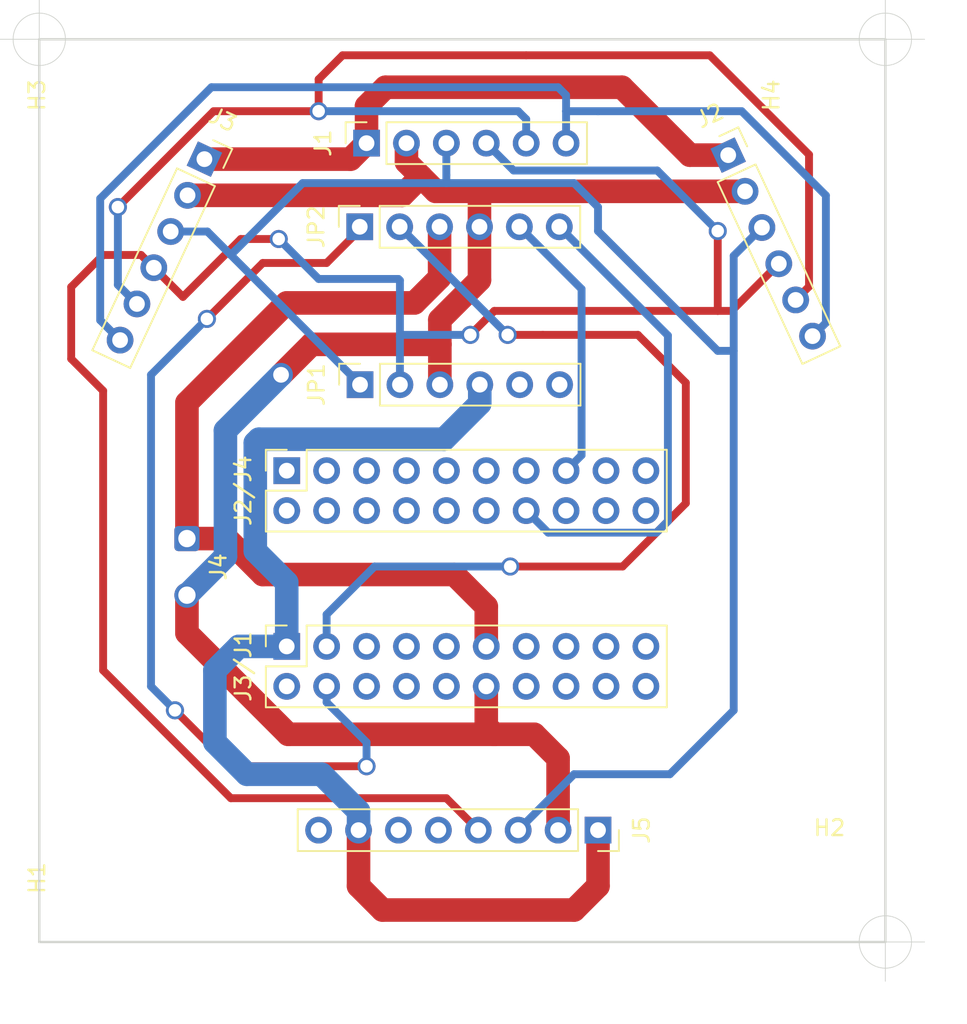
<source format=kicad_pcb>
(kicad_pcb (version 20171130) (host pcbnew "(5.1.9)-1")

  (general
    (thickness 1.6)
    (drawings 12)
    (tracks 189)
    (zones 0)
    (modules 13)
    (nets 15)
  )

  (page A4 portrait)
  (title_block
    (title "Selfdriving Car")
    (date 2021-04-13)
    (rev v2.0)
    (comment 1 "Puglits János")
    (comment 2 LB00O2)
  )

  (layers
    (0 F.Cu signal)
    (31 B.Cu signal)
    (32 B.Adhes user)
    (33 F.Adhes user)
    (34 B.Paste user)
    (35 F.Paste user)
    (36 B.SilkS user)
    (37 F.SilkS user)
    (38 B.Mask user)
    (39 F.Mask user)
    (40 Dwgs.User user)
    (41 Cmts.User user)
    (42 Eco1.User user)
    (43 Eco2.User user)
    (44 Edge.Cuts user)
    (45 Margin user)
    (46 B.CrtYd user)
    (47 F.CrtYd user)
    (48 B.Fab user)
    (49 F.Fab user)
  )

  (setup
    (last_trace_width 0.5)
    (trace_clearance 0.3)
    (zone_clearance 0.508)
    (zone_45_only no)
    (trace_min 0.2)
    (via_size 1.15)
    (via_drill 0.8)
    (via_min_size 0.4)
    (via_min_drill 0.3)
    (uvia_size 0.3)
    (uvia_drill 0.1)
    (uvias_allowed no)
    (uvia_min_size 0.2)
    (uvia_min_drill 0.1)
    (edge_width 0.05)
    (segment_width 0.2)
    (pcb_text_width 0.3)
    (pcb_text_size 1.5 1.5)
    (mod_edge_width 0.12)
    (mod_text_size 1 1)
    (mod_text_width 0.15)
    (pad_size 3 3)
    (pad_drill 3)
    (pad_to_mask_clearance 0)
    (aux_axis_origin 138.684 20.32)
    (grid_origin 138.684 20.32)
    (visible_elements 7FFFFFFF)
    (pcbplotparams
      (layerselection 0x010fc_ffffffff)
      (usegerberextensions false)
      (usegerberattributes true)
      (usegerberadvancedattributes true)
      (creategerberjobfile true)
      (excludeedgelayer true)
      (linewidth 0.100000)
      (plotframeref false)
      (viasonmask false)
      (mode 1)
      (useauxorigin false)
      (hpglpennumber 1)
      (hpglpenspeed 20)
      (hpglpendiameter 15.000000)
      (psnegative false)
      (psa4output false)
      (plotreference true)
      (plotvalue true)
      (plotinvisibletext false)
      (padsonsilk false)
      (subtractmaskfromsilk false)
      (outputformat 5)
      (mirror false)
      (drillshape 0)
      (scaleselection 1)
      (outputdirectory "ide/"))
  )

  (net 0 "")
  (net 1 /XShutDown)
  (net 2 /GPIO1)
  (net 3 /LV3)
  (net 4 /LV4)
  (net 5 GND)
  (net 6 /VIN)
  (net 7 3.3V)
  (net 8 /HV3)
  (net 9 /HV4)
  (net 10 5V)
  (net 11 /LV1)
  (net 12 /LV2)
  (net 13 /A0_TX)
  (net 14 /A0_RX)

  (net_class Default "This is the default net class."
    (clearance 0.3)
    (trace_width 0.5)
    (via_dia 1.15)
    (via_drill 0.8)
    (uvia_dia 0.3)
    (uvia_drill 0.1)
    (add_net /A0_RX)
    (add_net /A0_TX)
    (add_net /GPIO1)
    (add_net /HV3)
    (add_net /HV4)
    (add_net /LV1)
    (add_net /LV2)
    (add_net /LV3)
    (add_net /LV4)
    (add_net /XShutDown)
  )

  (net_class Power ""
    (clearance 0.4)
    (trace_width 1.5)
    (via_dia 1.3)
    (via_drill 1)
    (uvia_dia 0.3)
    (uvia_drill 0.1)
    (add_net /VIN)
    (add_net 3.3V)
    (add_net 5V)
    (add_net GND)
  )

  (module MountingHole:MountingHole_2.7mm (layer F.Cu) (tedit 56D1B4CB) (tstamp 6075D24A)
    (at 142.24 73.66 90)
    (descr "Mounting Hole 2.7mm, no annular")
    (tags "mounting hole 2.7mm no annular")
    (path /60DA4443)
    (attr virtual)
    (fp_text reference H1 (at 0 -3.7 90) (layer F.SilkS)
      (effects (font (size 1 1) (thickness 0.15)))
    )
    (fp_text value MountingHole (at 0 3.7 90) (layer F.Fab)
      (effects (font (size 1 1) (thickness 0.15)))
    )
    (fp_circle (center 0 0) (end 2.95 0) (layer F.CrtYd) (width 0.05))
    (fp_circle (center 0 0) (end 2.7 0) (layer Cmts.User) (width 0.15))
    (fp_text user %R (at 0.3 0 90) (layer F.Fab)
      (effects (font (size 1 1) (thickness 0.15)))
    )
    (pad 1 np_thru_hole circle (at 0 0 90) (size 2.7 2.7) (drill 2.7) (layers *.Cu *.Mask))
  )

  (module MountingHole:MountingHole_2.7mm (layer F.Cu) (tedit 56D1B4CB) (tstamp 609C15AD)
    (at 142.24 23.876 90)
    (descr "Mounting Hole 2.7mm, no annular")
    (tags "mounting hole 2.7mm no annular")
    (path /60DA444F)
    (attr virtual)
    (fp_text reference H3 (at 0 -3.7 90) (layer F.SilkS)
      (effects (font (size 1 1) (thickness 0.15)))
    )
    (fp_text value MountingHole (at 0 3.7 90) (layer F.Fab)
      (effects (font (size 1 1) (thickness 0.15)))
    )
    (fp_circle (center 0 0) (end 2.95 0) (layer F.CrtYd) (width 0.05))
    (fp_circle (center 0 0) (end 2.7 0) (layer Cmts.User) (width 0.15))
    (fp_text user %R (at 0.3 0 90) (layer F.Fab)
      (effects (font (size 1 1) (thickness 0.15)))
    )
    (pad 1 np_thru_hole circle (at 0 0 90) (size 2.7 2.7) (drill 2.7) (layers *.Cu *.Mask))
  )

  (module MountingHole:MountingHole_2.7mm (layer F.Cu) (tedit 56D1B4CB) (tstamp 6150D5CD)
    (at 188.976 74.168)
    (descr "Mounting Hole 2.7mm, no annular")
    (tags "mounting hole 2.7mm no annular")
    (path /60DA4449)
    (attr virtual)
    (fp_text reference H2 (at 0 -3.7) (layer F.SilkS)
      (effects (font (size 1 1) (thickness 0.15)))
    )
    (fp_text value MountingHole (at 0 3.7) (layer F.Fab)
      (effects (font (size 1 1) (thickness 0.15)))
    )
    (fp_circle (center 0 0) (end 2.7 0) (layer Cmts.User) (width 0.15))
    (fp_circle (center 0 0) (end 2.95 0) (layer F.CrtYd) (width 0.05))
    (fp_text user %R (at 0.3 0) (layer F.Fab)
      (effects (font (size 1 1) (thickness 0.15)))
    )
    (pad 1 np_thru_hole circle (at 0 0) (size 2.7 2.7) (drill 2.7) (layers *.Cu *.Mask))
  )

  (module MountingHole:MountingHole_2.7mm (layer F.Cu) (tedit 56D1B4CB) (tstamp 6075D262)
    (at 188.976 23.876 90)
    (descr "Mounting Hole 2.7mm, no annular")
    (tags "mounting hole 2.7mm no annular")
    (path /60DA4455)
    (attr virtual)
    (fp_text reference H4 (at 0 -3.7 90) (layer F.SilkS)
      (effects (font (size 1 1) (thickness 0.15)))
    )
    (fp_text value MountingHole (at 0 3.7 90) (layer F.Fab)
      (effects (font (size 1 1) (thickness 0.15)))
    )
    (fp_circle (center 0 0) (end 2.95 0) (layer F.CrtYd) (width 0.05))
    (fp_circle (center 0 0) (end 2.7 0) (layer Cmts.User) (width 0.15))
    (fp_text user %R (at 0.3 0 90) (layer F.Fab)
      (effects (font (size 1 1) (thickness 0.15)))
    )
    (pad 1 np_thru_hole circle (at 0 0 90) (size 2.7 2.7) (drill 2.7) (layers *.Cu *.Mask))
  )

  (module Connector_PinSocket_2.54mm:PinSocket_1x06_P2.54mm_Vertical (layer F.Cu) (tedit 5A19A430) (tstamp 6075BC3D)
    (at 182.53 27.686 25)
    (descr "Through hole straight socket strip, 1x06, 2.54mm pitch, single row (from Kicad 4.0.7), script generated")
    (tags "Through hole socket strip THT 1x06 2.54mm single row")
    (path /60CE6BD4)
    (fp_text reference J2 (at 0 -2.77 25) (layer F.SilkS)
      (effects (font (size 1 1) (thickness 0.15)))
    )
    (fp_text value I2c (at 0 15.47 25) (layer F.Fab)
      (effects (font (size 1 1) (thickness 0.15)))
    )
    (fp_line (start -1.27 -1.27) (end 0.635 -1.27) (layer F.Fab) (width 0.1))
    (fp_line (start 0.635 -1.27) (end 1.27 -0.635) (layer F.Fab) (width 0.1))
    (fp_line (start 1.27 -0.635) (end 1.27 13.97) (layer F.Fab) (width 0.1))
    (fp_line (start 1.27 13.97) (end -1.27 13.97) (layer F.Fab) (width 0.1))
    (fp_line (start -1.27 13.97) (end -1.27 -1.27) (layer F.Fab) (width 0.1))
    (fp_line (start -1.33 1.27) (end 1.33 1.27) (layer F.SilkS) (width 0.12))
    (fp_line (start -1.33 1.27) (end -1.33 14.03) (layer F.SilkS) (width 0.12))
    (fp_line (start -1.33 14.03) (end 1.33 14.03) (layer F.SilkS) (width 0.12))
    (fp_line (start 1.33 1.27) (end 1.33 14.03) (layer F.SilkS) (width 0.12))
    (fp_line (start 1.33 -1.33) (end 1.33 0) (layer F.SilkS) (width 0.12))
    (fp_line (start 0 -1.33) (end 1.33 -1.33) (layer F.SilkS) (width 0.12))
    (fp_line (start -1.8 -1.8) (end 1.75 -1.8) (layer F.CrtYd) (width 0.05))
    (fp_line (start 1.75 -1.8) (end 1.75 14.45) (layer F.CrtYd) (width 0.05))
    (fp_line (start 1.75 14.45) (end -1.8 14.45) (layer F.CrtYd) (width 0.05))
    (fp_line (start -1.8 14.45) (end -1.8 -1.8) (layer F.CrtYd) (width 0.05))
    (fp_text user %R (at 0 6.35 115) (layer F.Fab)
      (effects (font (size 1 1) (thickness 0.15)))
    )
    (pad 6 thru_hole oval (at 0 12.7 25) (size 1.7 1.7) (drill 1) (layers *.Cu *.Mask)
      (net 1 /XShutDown))
    (pad 5 thru_hole oval (at 0 10.16 25) (size 1.7 1.7) (drill 1) (layers *.Cu *.Mask)
      (net 2 /GPIO1))
    (pad 4 thru_hole oval (at 0 7.62 25) (size 1.7 1.7) (drill 1) (layers *.Cu *.Mask)
      (net 3 /LV3))
    (pad 3 thru_hole oval (at 0 5.08 25) (size 1.7 1.7) (drill 1) (layers *.Cu *.Mask)
      (net 4 /LV4))
    (pad 2 thru_hole oval (at 0 2.54 25) (size 1.7 1.7) (drill 1) (layers *.Cu *.Mask)
      (net 5 GND))
    (pad 1 thru_hole rect (at 0 0 25) (size 1.7 1.7) (drill 1) (layers *.Cu *.Mask)
      (net 6 /VIN))
    (model ${KISYS3DMOD}/Connector_PinSocket_2.54mm.3dshapes/PinSocket_1x06_P2.54mm_Vertical.wrl
      (at (xyz 0 0 0))
      (scale (xyz 1 1 1))
      (rotate (xyz 0 0 0))
    )
  )

  (module Connector_PinSocket_2.54mm:PinSocket_1x06_P2.54mm_Vertical (layer F.Cu) (tedit 5A19A430) (tstamp 6075BD04)
    (at 159.097999 42.282491 90)
    (descr "Through hole straight socket strip, 1x06, 2.54mm pitch, single row (from Kicad 4.0.7), script generated")
    (tags "Through hole socket strip THT 1x06 2.54mm single row")
    (path /0B60073D)
    (fp_text reference JP1 (at 0 -2.77 90) (layer F.SilkS)
      (effects (font (size 1 1) (thickness 0.15)))
    )
    (fp_text value M06SIP (at 0 15.47 90) (layer F.Fab)
      (effects (font (size 1 1) (thickness 0.15)))
    )
    (fp_line (start -1.27 -1.27) (end 0.635 -1.27) (layer F.Fab) (width 0.1))
    (fp_line (start 0.635 -1.27) (end 1.27 -0.635) (layer F.Fab) (width 0.1))
    (fp_line (start 1.27 -0.635) (end 1.27 13.97) (layer F.Fab) (width 0.1))
    (fp_line (start 1.27 13.97) (end -1.27 13.97) (layer F.Fab) (width 0.1))
    (fp_line (start -1.27 13.97) (end -1.27 -1.27) (layer F.Fab) (width 0.1))
    (fp_line (start -1.33 1.27) (end 1.33 1.27) (layer F.SilkS) (width 0.12))
    (fp_line (start -1.33 1.27) (end -1.33 14.03) (layer F.SilkS) (width 0.12))
    (fp_line (start -1.33 14.03) (end 1.33 14.03) (layer F.SilkS) (width 0.12))
    (fp_line (start 1.33 1.27) (end 1.33 14.03) (layer F.SilkS) (width 0.12))
    (fp_line (start 1.33 -1.33) (end 1.33 0) (layer F.SilkS) (width 0.12))
    (fp_line (start 0 -1.33) (end 1.33 -1.33) (layer F.SilkS) (width 0.12))
    (fp_line (start -1.8 -1.8) (end 1.75 -1.8) (layer F.CrtYd) (width 0.05))
    (fp_line (start 1.75 -1.8) (end 1.75 14.45) (layer F.CrtYd) (width 0.05))
    (fp_line (start 1.75 14.45) (end -1.8 14.45) (layer F.CrtYd) (width 0.05))
    (fp_line (start -1.8 14.45) (end -1.8 -1.8) (layer F.CrtYd) (width 0.05))
    (fp_text user %R (at 0 6.35) (layer F.Fab)
      (effects (font (size 1 1) (thickness 0.15)))
    )
    (pad 6 thru_hole oval (at 0 12.7 90) (size 1.7 1.7) (drill 1) (layers *.Cu *.Mask)
      (net 11 /LV1))
    (pad 5 thru_hole oval (at 0 10.16 90) (size 1.7 1.7) (drill 1) (layers *.Cu *.Mask)
      (net 12 /LV2))
    (pad 4 thru_hole oval (at 0 7.62 90) (size 1.7 1.7) (drill 1) (layers *.Cu *.Mask)
      (net 7 3.3V))
    (pad 3 thru_hole oval (at 0 5.08 90) (size 1.7 1.7) (drill 1) (layers *.Cu *.Mask)
      (net 5 GND))
    (pad 2 thru_hole oval (at 0 2.54 90) (size 1.7 1.7) (drill 1) (layers *.Cu *.Mask)
      (net 3 /LV3))
    (pad 1 thru_hole rect (at 0 0 90) (size 1.7 1.7) (drill 1) (layers *.Cu *.Mask)
      (net 4 /LV4))
    (model ${KISYS3DMOD}/Connector_PinSocket_2.54mm.3dshapes/PinSocket_1x06_P2.54mm_Vertical.wrl
      (at (xyz 0 0 0))
      (scale (xyz 1 1 1))
      (rotate (xyz 0 0 0))
    )
  )

  (module Connector_Wire:SolderWire-0.1sqmm_1x02_P3.6mm_D0.4mm_OD1mm (layer F.Cu) (tedit 609BC1C4) (tstamp 6075BC6C)
    (at 148.082 52.07 270)
    (descr "Soldered wire connection, for 2 times 0.1 mm² wires, basic insulation, conductor diameter 0.4mm, outer diameter 1mm, size source Multi-Contact FLEXI-E 0.1 (https://ec.staubli.com/AcroFiles/Catalogues/TM_Cab-Main-11014119_(en)_hi.pdf), bend radius 3 times outer diameter, generated with kicad-footprint-generator")
    (tags "connector wire 0.1sqmm")
    (path /60C91BD1)
    (attr virtual)
    (fp_text reference J4 (at 1.8 -2 90) (layer F.SilkS)
      (effects (font (size 1 1) (thickness 0.15)))
    )
    (fp_text value "Power supply" (at 1.8 2 90) (layer F.Fab)
      (effects (font (size 1 1) (thickness 0.15)))
    )
    (fp_circle (center 0 0) (end 0.5 0) (layer F.Fab) (width 0.1))
    (fp_circle (center 3.6 0) (end 4.1 0) (layer F.Fab) (width 0.1))
    (fp_line (start -1.3 -1.3) (end -1.3 1.3) (layer F.CrtYd) (width 0.05))
    (fp_line (start -1.3 1.3) (end 1.3 1.3) (layer F.CrtYd) (width 0.05))
    (fp_line (start 1.3 1.3) (end 1.3 -1.3) (layer F.CrtYd) (width 0.05))
    (fp_line (start 1.3 -1.3) (end -1.3 -1.3) (layer F.CrtYd) (width 0.05))
    (fp_line (start 2.3 -1.3) (end 2.3 1.3) (layer F.CrtYd) (width 0.05))
    (fp_line (start 2.3 1.3) (end 4.9 1.3) (layer F.CrtYd) (width 0.05))
    (fp_line (start 4.9 1.3) (end 4.9 -1.3) (layer F.CrtYd) (width 0.05))
    (fp_line (start 4.9 -1.3) (end 2.3 -1.3) (layer F.CrtYd) (width 0.05))
    (fp_text user %R (at 1.8 0) (layer F.Fab)
      (effects (font (size 0.65 0.65) (thickness 0.1)))
    )
    (pad 2 thru_hole circle (at 3.6 0 270) (size 1.6 1.6) (drill 1.1) (layers *.Cu *.Mask)
      (net 5 GND))
    (pad 1 thru_hole roundrect (at 0 0 270) (size 1.6 1.6) (drill 1.1) (layers *.Cu *.Mask) (roundrect_rratio 0.156)
      (net 10 5V))
    (model ${KISYS3DMOD}/Connector_Wire.3dshapes/SolderWire-0.1sqmm_1x02_P3.6mm_D0.4mm_OD1mm.wrl
      (at (xyz 0 0 0))
      (scale (xyz 1 1 1))
      (rotate (xyz 0 0 0))
    )
  )

  (module Connector_PinSocket_2.54mm:PinSocket_1x06_P2.54mm_Vertical (layer F.Cu) (tedit 5A19A430) (tstamp 6075BD22)
    (at 159.079999 32.242491 90)
    (descr "Through hole straight socket strip, 1x06, 2.54mm pitch, single row (from Kicad 4.0.7), script generated")
    (tags "Through hole socket strip THT 1x06 2.54mm single row")
    (path /BAFA783C)
    (fp_text reference JP2 (at 0 -2.77 90) (layer F.SilkS)
      (effects (font (size 1 1) (thickness 0.15)))
    )
    (fp_text value M06SIP (at 0 15.47 90) (layer F.Fab)
      (effects (font (size 1 1) (thickness 0.15)))
    )
    (fp_line (start -1.27 -1.27) (end 0.635 -1.27) (layer F.Fab) (width 0.1))
    (fp_line (start 0.635 -1.27) (end 1.27 -0.635) (layer F.Fab) (width 0.1))
    (fp_line (start 1.27 -0.635) (end 1.27 13.97) (layer F.Fab) (width 0.1))
    (fp_line (start 1.27 13.97) (end -1.27 13.97) (layer F.Fab) (width 0.1))
    (fp_line (start -1.27 13.97) (end -1.27 -1.27) (layer F.Fab) (width 0.1))
    (fp_line (start -1.33 1.27) (end 1.33 1.27) (layer F.SilkS) (width 0.12))
    (fp_line (start -1.33 1.27) (end -1.33 14.03) (layer F.SilkS) (width 0.12))
    (fp_line (start -1.33 14.03) (end 1.33 14.03) (layer F.SilkS) (width 0.12))
    (fp_line (start 1.33 1.27) (end 1.33 14.03) (layer F.SilkS) (width 0.12))
    (fp_line (start 1.33 -1.33) (end 1.33 0) (layer F.SilkS) (width 0.12))
    (fp_line (start 0 -1.33) (end 1.33 -1.33) (layer F.SilkS) (width 0.12))
    (fp_line (start -1.8 -1.8) (end 1.75 -1.8) (layer F.CrtYd) (width 0.05))
    (fp_line (start 1.75 -1.8) (end 1.75 14.45) (layer F.CrtYd) (width 0.05))
    (fp_line (start 1.75 14.45) (end -1.8 14.45) (layer F.CrtYd) (width 0.05))
    (fp_line (start -1.8 14.45) (end -1.8 -1.8) (layer F.CrtYd) (width 0.05))
    (fp_text user %R (at 0 6.35) (layer F.Fab)
      (effects (font (size 1 1) (thickness 0.15)))
    )
    (pad 6 thru_hole oval (at 0 12.7 90) (size 1.7 1.7) (drill 1) (layers *.Cu *.Mask)
      (net 9 /HV4))
    (pad 5 thru_hole oval (at 0 10.16 90) (size 1.7 1.7) (drill 1) (layers *.Cu *.Mask)
      (net 8 /HV3))
    (pad 4 thru_hole oval (at 0 7.62 90) (size 1.7 1.7) (drill 1) (layers *.Cu *.Mask)
      (net 5 GND))
    (pad 3 thru_hole oval (at 0 5.08 90) (size 1.7 1.7) (drill 1) (layers *.Cu *.Mask)
      (net 10 5V))
    (pad 2 thru_hole oval (at 0 2.54 90) (size 1.7 1.7) (drill 1) (layers *.Cu *.Mask)
      (net 14 /A0_RX))
    (pad 1 thru_hole rect (at 0 0 90) (size 1.7 1.7) (drill 1) (layers *.Cu *.Mask)
      (net 13 /A0_TX))
    (model ${KISYS3DMOD}/Connector_PinSocket_2.54mm.3dshapes/PinSocket_1x06_P2.54mm_Vertical.wrl
      (at (xyz 0 0 0))
      (scale (xyz 1 1 1))
      (rotate (xyz 0 0 0))
    )
  )

  (module Connector_PinSocket_2.54mm:PinSocket_2x10_P2.54mm_Vertical (layer F.Cu) (tedit 5A19A427) (tstamp 6075BCE6)
    (at 154.432 58.928 90)
    (descr "Through hole straight socket strip, 2x10, 2.54mm pitch, double cols (from Kicad 4.0.7), script generated")
    (tags "Through hole socket strip THT 2x10 2.54mm double row")
    (path /60B0CE42)
    (fp_text reference J3/J1 (at -1.27 -2.77 90) (layer F.SilkS)
      (effects (font (size 1 1) (thickness 0.15)))
    )
    (fp_text value ~ (at -1.27 25.63 90) (layer F.Fab)
      (effects (font (size 1 1) (thickness 0.15)))
    )
    (fp_line (start -3.81 -1.27) (end 0.27 -1.27) (layer F.Fab) (width 0.1))
    (fp_line (start 0.27 -1.27) (end 1.27 -0.27) (layer F.Fab) (width 0.1))
    (fp_line (start 1.27 -0.27) (end 1.27 24.13) (layer F.Fab) (width 0.1))
    (fp_line (start 1.27 24.13) (end -3.81 24.13) (layer F.Fab) (width 0.1))
    (fp_line (start -3.81 24.13) (end -3.81 -1.27) (layer F.Fab) (width 0.1))
    (fp_line (start -3.87 -1.33) (end -1.27 -1.33) (layer F.SilkS) (width 0.12))
    (fp_line (start -3.87 -1.33) (end -3.87 24.19) (layer F.SilkS) (width 0.12))
    (fp_line (start -3.87 24.19) (end 1.33 24.19) (layer F.SilkS) (width 0.12))
    (fp_line (start 1.33 1.27) (end 1.33 24.19) (layer F.SilkS) (width 0.12))
    (fp_line (start -1.27 1.27) (end 1.33 1.27) (layer F.SilkS) (width 0.12))
    (fp_line (start -1.27 -1.33) (end -1.27 1.27) (layer F.SilkS) (width 0.12))
    (fp_line (start 1.33 -1.33) (end 1.33 0) (layer F.SilkS) (width 0.12))
    (fp_line (start 0 -1.33) (end 1.33 -1.33) (layer F.SilkS) (width 0.12))
    (fp_line (start -4.34 -1.8) (end 1.76 -1.8) (layer F.CrtYd) (width 0.05))
    (fp_line (start 1.76 -1.8) (end 1.76 24.6) (layer F.CrtYd) (width 0.05))
    (fp_line (start 1.76 24.6) (end -4.34 24.6) (layer F.CrtYd) (width 0.05))
    (fp_line (start -4.34 24.6) (end -4.34 -1.8) (layer F.CrtYd) (width 0.05))
    (fp_text user %R (at -1.27 11.43) (layer F.Fab)
      (effects (font (size 1 1) (thickness 0.15)))
    )
    (pad 20 thru_hole oval (at -2.54 22.86 90) (size 1.7 1.7) (drill 1) (layers *.Cu *.Mask))
    (pad 19 thru_hole oval (at 0 22.86 90) (size 1.7 1.7) (drill 1) (layers *.Cu *.Mask))
    (pad 18 thru_hole oval (at -2.54 20.32 90) (size 1.7 1.7) (drill 1) (layers *.Cu *.Mask))
    (pad 17 thru_hole oval (at 0 20.32 90) (size 1.7 1.7) (drill 1) (layers *.Cu *.Mask))
    (pad 16 thru_hole oval (at -2.54 17.78 90) (size 1.7 1.7) (drill 1) (layers *.Cu *.Mask))
    (pad 15 thru_hole oval (at 0 17.78 90) (size 1.7 1.7) (drill 1) (layers *.Cu *.Mask))
    (pad 14 thru_hole oval (at -2.54 15.24 90) (size 1.7 1.7) (drill 1) (layers *.Cu *.Mask))
    (pad 13 thru_hole oval (at 0 15.24 90) (size 1.7 1.7) (drill 1) (layers *.Cu *.Mask))
    (pad 12 thru_hole oval (at -2.54 12.7 90) (size 1.7 1.7) (drill 1) (layers *.Cu *.Mask)
      (net 5 GND))
    (pad 11 thru_hole oval (at 0 12.7 90) (size 1.7 1.7) (drill 1) (layers *.Cu *.Mask)
      (net 10 5V))
    (pad 10 thru_hole oval (at -2.54 10.16 90) (size 1.7 1.7) (drill 1) (layers *.Cu *.Mask))
    (pad 9 thru_hole oval (at 0 10.16 90) (size 1.7 1.7) (drill 1) (layers *.Cu *.Mask))
    (pad 8 thru_hole oval (at -2.54 7.62 90) (size 1.7 1.7) (drill 1) (layers *.Cu *.Mask))
    (pad 7 thru_hole oval (at 0 7.62 90) (size 1.7 1.7) (drill 1) (layers *.Cu *.Mask))
    (pad 6 thru_hole oval (at -2.54 5.08 90) (size 1.7 1.7) (drill 1) (layers *.Cu *.Mask))
    (pad 5 thru_hole oval (at 0 5.08 90) (size 1.7 1.7) (drill 1) (layers *.Cu *.Mask))
    (pad 4 thru_hole oval (at -2.54 2.54 90) (size 1.7 1.7) (drill 1) (layers *.Cu *.Mask)
      (net 13 /A0_TX))
    (pad 3 thru_hole oval (at 0 2.54 90) (size 1.7 1.7) (drill 1) (layers *.Cu *.Mask)
      (net 14 /A0_RX))
    (pad 2 thru_hole oval (at -2.54 0 90) (size 1.7 1.7) (drill 1) (layers *.Cu *.Mask))
    (pad 1 thru_hole rect (at 0 0 90) (size 1.7 1.7) (drill 1) (layers *.Cu *.Mask)
      (net 7 3.3V))
    (model ${KISYS3DMOD}/Connector_PinSocket_2.54mm.3dshapes/PinSocket_2x10_P2.54mm_Vertical.wrl
      (at (xyz 0 0 0))
      (scale (xyz 1 1 1))
      (rotate (xyz 0 0 0))
    )
  )

  (module Connector_PinSocket_2.54mm:PinSocket_2x10_P2.54mm_Vertical (layer F.Cu) (tedit 5A19A427) (tstamp 6075BCBA)
    (at 154.432 47.752 90)
    (descr "Through hole straight socket strip, 2x10, 2.54mm pitch, double cols (from Kicad 4.0.7), script generated")
    (tags "Through hole socket strip THT 2x10 2.54mm double row")
    (path /60B0CE48)
    (fp_text reference J2/J4 (at -1.27 -2.77 90) (layer F.SilkS)
      (effects (font (size 1 1) (thickness 0.15)))
    )
    (fp_text value ~ (at -1.27 25.63 90) (layer F.Fab)
      (effects (font (size 1 1) (thickness 0.15)))
    )
    (fp_line (start -3.81 -1.27) (end 0.27 -1.27) (layer F.Fab) (width 0.1))
    (fp_line (start 0.27 -1.27) (end 1.27 -0.27) (layer F.Fab) (width 0.1))
    (fp_line (start 1.27 -0.27) (end 1.27 24.13) (layer F.Fab) (width 0.1))
    (fp_line (start 1.27 24.13) (end -3.81 24.13) (layer F.Fab) (width 0.1))
    (fp_line (start -3.81 24.13) (end -3.81 -1.27) (layer F.Fab) (width 0.1))
    (fp_line (start -3.87 -1.33) (end -1.27 -1.33) (layer F.SilkS) (width 0.12))
    (fp_line (start -3.87 -1.33) (end -3.87 24.19) (layer F.SilkS) (width 0.12))
    (fp_line (start -3.87 24.19) (end 1.33 24.19) (layer F.SilkS) (width 0.12))
    (fp_line (start 1.33 1.27) (end 1.33 24.19) (layer F.SilkS) (width 0.12))
    (fp_line (start -1.27 1.27) (end 1.33 1.27) (layer F.SilkS) (width 0.12))
    (fp_line (start -1.27 -1.33) (end -1.27 1.27) (layer F.SilkS) (width 0.12))
    (fp_line (start 1.33 -1.33) (end 1.33 0) (layer F.SilkS) (width 0.12))
    (fp_line (start 0 -1.33) (end 1.33 -1.33) (layer F.SilkS) (width 0.12))
    (fp_line (start -4.34 -1.8) (end 1.76 -1.8) (layer F.CrtYd) (width 0.05))
    (fp_line (start 1.76 -1.8) (end 1.76 24.6) (layer F.CrtYd) (width 0.05))
    (fp_line (start 1.76 24.6) (end -4.34 24.6) (layer F.CrtYd) (width 0.05))
    (fp_line (start -4.34 24.6) (end -4.34 -1.8) (layer F.CrtYd) (width 0.05))
    (fp_text user %R (at -1.27 11.43) (layer F.Fab)
      (effects (font (size 1 1) (thickness 0.15)))
    )
    (pad 20 thru_hole oval (at -2.54 22.86 90) (size 1.7 1.7) (drill 1) (layers *.Cu *.Mask))
    (pad 19 thru_hole oval (at 0 22.86 90) (size 1.7 1.7) (drill 1) (layers *.Cu *.Mask))
    (pad 18 thru_hole oval (at -2.54 20.32 90) (size 1.7 1.7) (drill 1) (layers *.Cu *.Mask))
    (pad 17 thru_hole oval (at 0 20.32 90) (size 1.7 1.7) (drill 1) (layers *.Cu *.Mask))
    (pad 16 thru_hole oval (at -2.54 17.78 90) (size 1.7 1.7) (drill 1) (layers *.Cu *.Mask))
    (pad 15 thru_hole oval (at 0 17.78 90) (size 1.7 1.7) (drill 1) (layers *.Cu *.Mask)
      (net 8 /HV3))
    (pad 14 thru_hole oval (at -2.54 15.24 90) (size 1.7 1.7) (drill 1) (layers *.Cu *.Mask)
      (net 9 /HV4))
    (pad 13 thru_hole oval (at 0 15.24 90) (size 1.7 1.7) (drill 1) (layers *.Cu *.Mask))
    (pad 12 thru_hole oval (at -2.54 12.7 90) (size 1.7 1.7) (drill 1) (layers *.Cu *.Mask))
    (pad 11 thru_hole oval (at 0 12.7 90) (size 1.7 1.7) (drill 1) (layers *.Cu *.Mask))
    (pad 10 thru_hole oval (at -2.54 10.16 90) (size 1.7 1.7) (drill 1) (layers *.Cu *.Mask))
    (pad 9 thru_hole oval (at 0 10.16 90) (size 1.7 1.7) (drill 1) (layers *.Cu *.Mask))
    (pad 8 thru_hole oval (at -2.54 7.62 90) (size 1.7 1.7) (drill 1) (layers *.Cu *.Mask))
    (pad 7 thru_hole oval (at 0 7.62 90) (size 1.7 1.7) (drill 1) (layers *.Cu *.Mask))
    (pad 6 thru_hole oval (at -2.54 5.08 90) (size 1.7 1.7) (drill 1) (layers *.Cu *.Mask))
    (pad 5 thru_hole oval (at 0 5.08 90) (size 1.7 1.7) (drill 1) (layers *.Cu *.Mask))
    (pad 4 thru_hole oval (at -2.54 2.54 90) (size 1.7 1.7) (drill 1) (layers *.Cu *.Mask))
    (pad 3 thru_hole oval (at 0 2.54 90) (size 1.7 1.7) (drill 1) (layers *.Cu *.Mask))
    (pad 2 thru_hole oval (at -2.54 0 90) (size 1.7 1.7) (drill 1) (layers *.Cu *.Mask))
    (pad 1 thru_hole rect (at 0 0 90) (size 1.7 1.7) (drill 1) (layers *.Cu *.Mask))
    (model ${KISYS3DMOD}/Connector_PinSocket_2.54mm.3dshapes/PinSocket_2x10_P2.54mm_Vertical.wrl
      (at (xyz 0 0 0))
      (scale (xyz 1 1 1))
      (rotate (xyz 0 0 0))
    )
  )

  (module Connector_PinSocket_2.54mm:PinSocket_1x08_P2.54mm_Vertical (layer F.Cu) (tedit 5A19A420) (tstamp 6075BC8E)
    (at 174.244 70.612 270)
    (descr "Through hole straight socket strip, 1x08, 2.54mm pitch, single row (from Kicad 4.0.7), script generated")
    (tags "Through hole socket strip THT 1x08 2.54mm single row")
    (path /60B0CDAA)
    (fp_text reference J5 (at 0 -2.77 90) (layer F.SilkS)
      (effects (font (size 1 1) (thickness 0.15)))
    )
    (fp_text value "gyro connector" (at 0 20.55 90) (layer F.Fab)
      (effects (font (size 1 1) (thickness 0.15)))
    )
    (fp_line (start -1.27 -1.27) (end 0.635 -1.27) (layer F.Fab) (width 0.1))
    (fp_line (start 0.635 -1.27) (end 1.27 -0.635) (layer F.Fab) (width 0.1))
    (fp_line (start 1.27 -0.635) (end 1.27 19.05) (layer F.Fab) (width 0.1))
    (fp_line (start 1.27 19.05) (end -1.27 19.05) (layer F.Fab) (width 0.1))
    (fp_line (start -1.27 19.05) (end -1.27 -1.27) (layer F.Fab) (width 0.1))
    (fp_line (start -1.33 1.27) (end 1.33 1.27) (layer F.SilkS) (width 0.12))
    (fp_line (start -1.33 1.27) (end -1.33 19.11) (layer F.SilkS) (width 0.12))
    (fp_line (start -1.33 19.11) (end 1.33 19.11) (layer F.SilkS) (width 0.12))
    (fp_line (start 1.33 1.27) (end 1.33 19.11) (layer F.SilkS) (width 0.12))
    (fp_line (start 1.33 -1.33) (end 1.33 0) (layer F.SilkS) (width 0.12))
    (fp_line (start 0 -1.33) (end 1.33 -1.33) (layer F.SilkS) (width 0.12))
    (fp_line (start -1.8 -1.8) (end 1.75 -1.8) (layer F.CrtYd) (width 0.05))
    (fp_line (start 1.75 -1.8) (end 1.75 19.55) (layer F.CrtYd) (width 0.05))
    (fp_line (start 1.75 19.55) (end -1.8 19.55) (layer F.CrtYd) (width 0.05))
    (fp_line (start -1.8 19.55) (end -1.8 -1.8) (layer F.CrtYd) (width 0.05))
    (fp_text user %R (at 0 8.89) (layer F.Fab)
      (effects (font (size 1 1) (thickness 0.15)))
    )
    (pad 8 thru_hole oval (at 0 17.78 270) (size 1.7 1.7) (drill 1) (layers *.Cu *.Mask))
    (pad 7 thru_hole oval (at 0 15.24 270) (size 1.7 1.7) (drill 1) (layers *.Cu *.Mask)
      (net 7 3.3V))
    (pad 6 thru_hole oval (at 0 12.7 270) (size 1.7 1.7) (drill 1) (layers *.Cu *.Mask))
    (pad 5 thru_hole oval (at 0 10.16 270) (size 1.7 1.7) (drill 1) (layers *.Cu *.Mask))
    (pad 4 thru_hole oval (at 0 7.62 270) (size 1.7 1.7) (drill 1) (layers *.Cu *.Mask)
      (net 3 /LV3))
    (pad 3 thru_hole oval (at 0 5.08 270) (size 1.7 1.7) (drill 1) (layers *.Cu *.Mask)
      (net 4 /LV4))
    (pad 2 thru_hole oval (at 0 2.54 270) (size 1.7 1.7) (drill 1) (layers *.Cu *.Mask)
      (net 5 GND))
    (pad 1 thru_hole rect (at 0 0 270) (size 1.7 1.7) (drill 1) (layers *.Cu *.Mask)
      (net 7 3.3V))
    (model ${KISYS3DMOD}/Connector_PinSocket_2.54mm.3dshapes/PinSocket_1x08_P2.54mm_Vertical.wrl
      (at (xyz 0 0 0))
      (scale (xyz 1 1 1))
      (rotate (xyz 0 0 0))
    )
  )

  (module Connector_PinSocket_2.54mm:PinSocket_1x06_P2.54mm_Vertical (layer F.Cu) (tedit 5A19A430) (tstamp 6075BC5B)
    (at 149.194 27.94 335)
    (descr "Through hole straight socket strip, 1x06, 2.54mm pitch, single row (from Kicad 4.0.7), script generated")
    (tags "Through hole socket strip THT 1x06 2.54mm single row")
    (path /60CE859A)
    (fp_text reference J3 (at 0 -2.77 155) (layer F.SilkS)
      (effects (font (size 1 1) (thickness 0.15)))
    )
    (fp_text value I2c (at 0 15.47 155) (layer F.Fab)
      (effects (font (size 1 1) (thickness 0.15)))
    )
    (fp_line (start -1.27 -1.27) (end 0.635 -1.27) (layer F.Fab) (width 0.1))
    (fp_line (start 0.635 -1.27) (end 1.27 -0.635) (layer F.Fab) (width 0.1))
    (fp_line (start 1.27 -0.635) (end 1.27 13.97) (layer F.Fab) (width 0.1))
    (fp_line (start 1.27 13.97) (end -1.27 13.97) (layer F.Fab) (width 0.1))
    (fp_line (start -1.27 13.97) (end -1.27 -1.27) (layer F.Fab) (width 0.1))
    (fp_line (start -1.33 1.27) (end 1.33 1.27) (layer F.SilkS) (width 0.12))
    (fp_line (start -1.33 1.27) (end -1.33 14.03) (layer F.SilkS) (width 0.12))
    (fp_line (start -1.33 14.03) (end 1.33 14.03) (layer F.SilkS) (width 0.12))
    (fp_line (start 1.33 1.27) (end 1.33 14.03) (layer F.SilkS) (width 0.12))
    (fp_line (start 1.33 -1.33) (end 1.33 0) (layer F.SilkS) (width 0.12))
    (fp_line (start 0 -1.33) (end 1.33 -1.33) (layer F.SilkS) (width 0.12))
    (fp_line (start -1.8 -1.8) (end 1.75 -1.8) (layer F.CrtYd) (width 0.05))
    (fp_line (start 1.75 -1.8) (end 1.75 14.45) (layer F.CrtYd) (width 0.05))
    (fp_line (start 1.75 14.45) (end -1.8 14.45) (layer F.CrtYd) (width 0.05))
    (fp_line (start -1.8 14.45) (end -1.8 -1.8) (layer F.CrtYd) (width 0.05))
    (fp_text user %R (at 0 6.35 65) (layer F.Fab)
      (effects (font (size 1 1) (thickness 0.15)))
    )
    (pad 6 thru_hole oval (at 0 12.7 335) (size 1.7 1.7) (drill 1) (layers *.Cu *.Mask)
      (net 1 /XShutDown))
    (pad 5 thru_hole oval (at 0 10.16 335) (size 1.7 1.7) (drill 1) (layers *.Cu *.Mask)
      (net 2 /GPIO1))
    (pad 4 thru_hole oval (at 0 7.62 335) (size 1.7 1.7) (drill 1) (layers *.Cu *.Mask)
      (net 3 /LV3))
    (pad 3 thru_hole oval (at 0 5.08 335) (size 1.7 1.7) (drill 1) (layers *.Cu *.Mask)
      (net 4 /LV4))
    (pad 2 thru_hole oval (at 0 2.54 335) (size 1.7 1.7) (drill 1) (layers *.Cu *.Mask)
      (net 5 GND))
    (pad 1 thru_hole rect (at 0 0 335) (size 1.7 1.7) (drill 1) (layers *.Cu *.Mask)
      (net 6 /VIN))
    (model ${KISYS3DMOD}/Connector_PinSocket_2.54mm.3dshapes/PinSocket_1x06_P2.54mm_Vertical.wrl
      (at (xyz 0 0 0))
      (scale (xyz 1 1 1))
      (rotate (xyz 0 0 0))
    )
  )

  (module Connector_PinSocket_2.54mm:PinSocket_1x06_P2.54mm_Vertical (layer F.Cu) (tedit 5A19A430) (tstamp 607602CD)
    (at 159.512 26.924 90)
    (descr "Through hole straight socket strip, 1x06, 2.54mm pitch, single row (from Kicad 4.0.7), script generated")
    (tags "Through hole socket strip THT 1x06 2.54mm single row")
    (path /60C6A1D4)
    (fp_text reference J1 (at 0 -2.77 90) (layer F.SilkS)
      (effects (font (size 1 1) (thickness 0.15)))
    )
    (fp_text value I2c (at 0 15.47 90) (layer F.Fab)
      (effects (font (size 1 1) (thickness 0.15)))
    )
    (fp_line (start -1.27 -1.27) (end 0.635 -1.27) (layer F.Fab) (width 0.1))
    (fp_line (start 0.635 -1.27) (end 1.27 -0.635) (layer F.Fab) (width 0.1))
    (fp_line (start 1.27 -0.635) (end 1.27 13.97) (layer F.Fab) (width 0.1))
    (fp_line (start 1.27 13.97) (end -1.27 13.97) (layer F.Fab) (width 0.1))
    (fp_line (start -1.27 13.97) (end -1.27 -1.27) (layer F.Fab) (width 0.1))
    (fp_line (start -1.33 1.27) (end 1.33 1.27) (layer F.SilkS) (width 0.12))
    (fp_line (start -1.33 1.27) (end -1.33 14.03) (layer F.SilkS) (width 0.12))
    (fp_line (start -1.33 14.03) (end 1.33 14.03) (layer F.SilkS) (width 0.12))
    (fp_line (start 1.33 1.27) (end 1.33 14.03) (layer F.SilkS) (width 0.12))
    (fp_line (start 1.33 -1.33) (end 1.33 0) (layer F.SilkS) (width 0.12))
    (fp_line (start 0 -1.33) (end 1.33 -1.33) (layer F.SilkS) (width 0.12))
    (fp_line (start -1.8 -1.8) (end 1.75 -1.8) (layer F.CrtYd) (width 0.05))
    (fp_line (start 1.75 -1.8) (end 1.75 14.45) (layer F.CrtYd) (width 0.05))
    (fp_line (start 1.75 14.45) (end -1.8 14.45) (layer F.CrtYd) (width 0.05))
    (fp_line (start -1.8 14.45) (end -1.8 -1.8) (layer F.CrtYd) (width 0.05))
    (fp_text user %R (at 0 6.35) (layer F.Fab)
      (effects (font (size 1 1) (thickness 0.15)))
    )
    (pad 6 thru_hole oval (at 0 12.7 90) (size 1.7 1.7) (drill 1) (layers *.Cu *.Mask)
      (net 1 /XShutDown))
    (pad 5 thru_hole oval (at 0 10.16 90) (size 1.7 1.7) (drill 1) (layers *.Cu *.Mask)
      (net 2 /GPIO1))
    (pad 4 thru_hole oval (at 0 7.62 90) (size 1.7 1.7) (drill 1) (layers *.Cu *.Mask)
      (net 3 /LV3))
    (pad 3 thru_hole oval (at 0 5.08 90) (size 1.7 1.7) (drill 1) (layers *.Cu *.Mask)
      (net 4 /LV4))
    (pad 2 thru_hole oval (at 0 2.54 90) (size 1.7 1.7) (drill 1) (layers *.Cu *.Mask)
      (net 5 GND))
    (pad 1 thru_hole rect (at 0 0 90) (size 1.7 1.7) (drill 1) (layers *.Cu *.Mask)
      (net 6 /VIN))
    (model ${KISYS3DMOD}/Connector_PinSocket_2.54mm.3dshapes/PinSocket_1x06_P2.54mm_Vertical.wrl
      (at (xyz 0 0 0))
      (scale (xyz 1 1 1))
      (rotate (xyz 0 0 0))
    )
  )

  (dimension 57.404 (width 0.15) (layer Dwgs.User)
    (gr_text "57,404 mm" (at 196.372 49.022 90) (layer Dwgs.User)
      (effects (font (size 1 1) (thickness 0.15)))
    )
    (feature1 (pts (xy 192.532 20.32) (xy 195.658421 20.32)))
    (feature2 (pts (xy 192.532 77.724) (xy 195.658421 77.724)))
    (crossbar (pts (xy 195.072 77.724) (xy 195.072 20.32)))
    (arrow1a (pts (xy 195.072 20.32) (xy 195.658421 21.446504)))
    (arrow1b (pts (xy 195.072 20.32) (xy 194.485579 21.446504)))
    (arrow2a (pts (xy 195.072 77.724) (xy 195.658421 76.597496)))
    (arrow2b (pts (xy 195.072 77.724) (xy 194.485579 76.597496)))
  )
  (dimension 53.848 (width 0.15) (layer Dwgs.User)
    (gr_text "53,848 mm" (at 165.608 83.596) (layer Dwgs.User)
      (effects (font (size 1 1) (thickness 0.15)))
    )
    (feature1 (pts (xy 192.532 77.724) (xy 192.532 82.882421)))
    (feature2 (pts (xy 138.684 77.724) (xy 138.684 82.882421)))
    (crossbar (pts (xy 138.684 82.296) (xy 192.532 82.296)))
    (arrow1a (pts (xy 192.532 82.296) (xy 191.405496 82.882421)))
    (arrow1b (pts (xy 192.532 82.296) (xy 191.405496 81.709579)))
    (arrow2a (pts (xy 138.684 82.296) (xy 139.810504 82.882421)))
    (arrow2b (pts (xy 138.684 82.296) (xy 139.810504 81.709579)))
  )
  (dimension 22.077242 (width 0.15) (layer Dwgs.User)
    (gr_text "22,077 mm" (at 165.236313 43.407213 0.04688823656) (layer Dwgs.User)
      (effects (font (size 1 1) (thickness 0.15)))
    )
    (feature1 (pts (xy 176.276 44.704) (xy 176.275515 44.111759)))
    (feature2 (pts (xy 154.198765 44.722067) (xy 154.19828 44.129826)))
    (crossbar (pts (xy 154.19876 44.716247) (xy 176.275995 44.69818)))
    (arrow1a (pts (xy 176.275995 44.69818) (xy 175.149972 45.285522)))
    (arrow1b (pts (xy 176.275995 44.69818) (xy 175.149012 44.112681)))
    (arrow2a (pts (xy 154.19876 44.716247) (xy 155.325743 45.301746)))
    (arrow2b (pts (xy 154.19876 44.716247) (xy 155.324783 44.128905)))
  )
  (target plus (at 192.532 77.724) (size 5) (width 0.05) (layer Edge.Cuts))
  (target plus (at 192.532 20.32) (size 5) (width 0.05) (layer Edge.Cuts) (tstamp 615150B7))
  (target plus (at 138.684 20.32) (size 5) (width 0.05) (layer Edge.Cuts))
  (gr_line (start 138.684 77.724) (end 138.684 40.132) (layer Edge.Cuts) (width 0.15) (tstamp 615150B6))
  (gr_line (start 192.532 77.724) (end 138.684 77.724) (layer Edge.Cuts) (width 0.15))
  (gr_line (start 192.532 20.32) (end 192.532 77.724) (layer Edge.Cuts) (width 0.15))
  (gr_line (start 138.684 20.32) (end 192.532 20.32) (layer Edge.Cuts) (width 0.15))
  (gr_line (start 138.684 40.132) (end 138.684 20.32) (layer Edge.Cuts) (width 0.15))
  (dimension 8.128 (width 0.15) (layer Dwgs.User)
    (gr_text "8,128 mm" (at 174.603999 37.162491 90) (layer Dwgs.User)
      (effects (font (size 1 1) (thickness 0.15)))
    )
    (feature1 (pts (xy 164.159999 33.098491) (xy 173.89042 33.098491)))
    (feature2 (pts (xy 164.159999 41.226491) (xy 173.89042 41.226491)))
    (crossbar (pts (xy 173.303999 41.226491) (xy 173.303999 33.098491)))
    (arrow1a (pts (xy 173.303999 33.098491) (xy 173.89042 34.224995)))
    (arrow1b (pts (xy 173.303999 33.098491) (xy 172.717578 34.224995)))
    (arrow2a (pts (xy 173.303999 41.226491) (xy 173.89042 40.099987)))
    (arrow2b (pts (xy 173.303999 41.226491) (xy 172.717578 40.099987)))
  )

  (segment (start 188.747251 30.251251) (end 183.388 24.892) (width 0.5) (layer B.Cu) (net 1))
  (segment (start 188.747251 38.34611) (end 188.747251 30.251251) (width 0.5) (layer B.Cu) (net 1))
  (segment (start 183.388 24.892) (end 174.244 24.892) (width 0.5) (layer B.Cu) (net 1))
  (segment (start 187.897252 39.196109) (end 188.747251 38.34611) (width 0.5) (layer B.Cu) (net 1))
  (segment (start 174.244 24.892) (end 172.212 24.892) (width 0.5) (layer B.Cu) (net 1))
  (segment (start 172.212 24.892) (end 172.212 26.924) (width 0.5) (layer B.Cu) (net 1))
  (segment (start 172.212 23.876) (end 172.212 24.892) (width 0.5) (layer B.Cu) (net 1))
  (segment (start 171.704 23.368) (end 172.212 23.876) (width 0.5) (layer B.Cu) (net 1))
  (segment (start 149.64102 23.368) (end 171.704 23.368) (width 0.5) (layer B.Cu) (net 1))
  (segment (start 142.561021 30.447999) (end 149.64102 23.368) (width 0.5) (layer B.Cu) (net 1))
  (segment (start 142.561021 38.184382) (end 142.561021 30.447999) (width 0.5) (layer B.Cu) (net 1))
  (segment (start 143.826748 39.450109) (end 142.561021 38.184382) (width 0.5) (layer B.Cu) (net 1))
  (segment (start 169.672 21.336) (end 169.672 21.336) (width 0.5) (layer F.Cu) (net 2) (tstamp 61514F4E))
  (via (at 156.464 24.892) (size 1.15) (drill 0.8) (layers F.Cu B.Cu) (net 2))
  (segment (start 169.672 26.924) (end 169.672 25.4) (width 0.5) (layer B.Cu) (net 2))
  (segment (start 169.672 25.4) (end 169.164 24.892) (width 0.5) (layer B.Cu) (net 2))
  (segment (start 169.164 24.892) (end 156.464 24.892) (width 0.5) (layer B.Cu) (net 2))
  (segment (start 156.464 22.86) (end 156.464 24.892) (width 0.5) (layer F.Cu) (net 2))
  (segment (start 157.988 21.336) (end 156.464 22.86) (width 0.5) (layer F.Cu) (net 2))
  (segment (start 181.356 21.336) (end 157.988 21.336) (width 0.5) (layer F.Cu) (net 2))
  (segment (start 187.673801 27.653801) (end 181.356 21.336) (width 0.5) (layer F.Cu) (net 2))
  (segment (start 187.673801 36.044088) (end 187.673801 27.653801) (width 0.5) (layer F.Cu) (net 2))
  (segment (start 186.823802 36.894087) (end 187.673801 36.044088) (width 0.5) (layer F.Cu) (net 2))
  (segment (start 149.782022 24.892) (end 143.686022 30.988) (width 0.5) (layer F.Cu) (net 2))
  (segment (start 156.464 24.892) (end 149.782022 24.892) (width 0.5) (layer F.Cu) (net 2))
  (segment (start 143.686022 30.988) (end 143.686022 30.988) (width 0.5) (layer F.Cu) (net 2) (tstamp 61515029))
  (via (at 143.686022 30.988) (size 1.15) (drill 0.8) (layers F.Cu B.Cu) (net 2))
  (segment (start 143.686022 35.933911) (end 144.900198 37.148087) (width 0.5) (layer B.Cu) (net 2))
  (segment (start 143.686022 30.988) (end 143.686022 35.933911) (width 0.5) (layer B.Cu) (net 2))
  (segment (start 147.828 36.700416) (end 145.973649 34.846065) (width 0.5) (layer F.Cu) (net 3))
  (segment (start 161.544 35.56) (end 156.464 35.56) (width 0.5) (layer B.Cu) (net 3))
  (segment (start 161.637999 35.653999) (end 161.544 35.56) (width 0.5) (layer B.Cu) (net 3))
  (segment (start 156.464 35.56) (end 153.924 33.02) (width 0.5) (layer B.Cu) (net 3))
  (segment (start 153.924 33.02) (end 153.924 33.02) (width 0.5) (layer B.Cu) (net 3) (tstamp 61514DDC))
  (via (at 153.924 33.02) (size 1.15) (drill 0.8) (layers F.Cu B.Cu) (net 3))
  (segment (start 151.508416 33.02) (end 147.828 36.700416) (width 0.5) (layer F.Cu) (net 3))
  (segment (start 153.924 33.02) (end 151.508416 33.02) (width 0.5) (layer F.Cu) (net 3))
  (segment (start 145.163584 34.036) (end 145.973649 34.846065) (width 0.5) (layer F.Cu) (net 3))
  (segment (start 140.716 40.64) (end 140.716 36.068) (width 0.5) (layer F.Cu) (net 3))
  (segment (start 142.748 42.672) (end 140.716 40.64) (width 0.5) (layer F.Cu) (net 3))
  (segment (start 140.716 36.068) (end 142.748 34.036) (width 0.5) (layer F.Cu) (net 3))
  (segment (start 142.748 60.452) (end 142.748 42.672) (width 0.5) (layer F.Cu) (net 3))
  (segment (start 142.748 34.036) (end 145.163584 34.036) (width 0.5) (layer F.Cu) (net 3))
  (segment (start 150.876 68.58) (end 142.748 60.452) (width 0.5) (layer F.Cu) (net 3))
  (segment (start 164.592 68.58) (end 150.876 68.58) (width 0.5) (layer F.Cu) (net 3))
  (segment (start 166.624 70.612) (end 164.592 68.58) (width 0.5) (layer F.Cu) (net 3))
  (segment (start 166.116 39.116) (end 166.116 39.116) (width 0.5) (layer F.Cu) (net 3) (tstamp 61514EF4))
  (via (at 166.116 39.116) (size 1.15) (drill 0.8) (layers F.Cu B.Cu) (net 3))
  (segment (start 161.731998 39.116) (end 161.637999 39.209999) (width 0.5) (layer B.Cu) (net 3))
  (segment (start 166.116 39.116) (end 161.731998 39.116) (width 0.5) (layer B.Cu) (net 3))
  (segment (start 161.637999 39.209999) (end 161.637999 35.653999) (width 0.5) (layer B.Cu) (net 3))
  (segment (start 161.637999 42.282491) (end 161.637999 39.209999) (width 0.5) (layer B.Cu) (net 3))
  (segment (start 168.87199 28.66399) (end 178.01599 28.66399) (width 0.5) (layer B.Cu) (net 3))
  (segment (start 167.132 26.924) (end 168.87199 28.66399) (width 0.5) (layer B.Cu) (net 3))
  (segment (start 178.01599 28.66399) (end 181.864 32.512) (width 0.5) (layer B.Cu) (net 3))
  (segment (start 181.864 32.512) (end 181.864 32.512) (width 0.5) (layer B.Cu) (net 3) (tstamp 61514EF8))
  (via (at 181.864 32.512) (size 1.15) (drill 0.8) (layers F.Cu B.Cu) (net 3))
  (segment (start 167.64 37.592) (end 166.116 39.116) (width 0.5) (layer F.Cu) (net 3))
  (segment (start 181.864 37.592) (end 167.64 37.592) (width 0.5) (layer F.Cu) (net 3))
  (segment (start 181.864 32.512) (end 181.864 37.592) (width 0.5) (layer F.Cu) (net 3))
  (segment (start 182.750416 37.592) (end 185.750351 34.592065) (width 0.5) (layer F.Cu) (net 3))
  (segment (start 181.864 37.592) (end 182.750416 37.592) (width 0.5) (layer F.Cu) (net 3))
  (segment (start 169.164 70.612) (end 172.72 67.056) (width 0.5) (layer B.Cu) (net 4))
  (segment (start 172.72 67.056) (end 178.816 67.056) (width 0.5) (layer B.Cu) (net 4))
  (segment (start 178.816 67.056) (end 182.88 62.992) (width 0.5) (layer B.Cu) (net 4))
  (segment (start 182.88 34.086945) (end 184.676901 32.290044) (width 0.5) (layer B.Cu) (net 4))
  (segment (start 159.097999 42.282491) (end 159.097999 42.257999) (width 0.5) (layer B.Cu) (net 4))
  (segment (start 159.097999 42.257999) (end 150.876 34.036) (width 0.5) (layer B.Cu) (net 4))
  (segment (start 164.592 28.956) (end 164.592 26.924) (width 0.5) (layer B.Cu) (net 4))
  (segment (start 155.448 29.464) (end 150.876 34.036) (width 0.5) (layer B.Cu) (net 4))
  (segment (start 149.384044 32.544044) (end 150.876 34.036) (width 0.5) (layer B.Cu) (net 4))
  (segment (start 147.047099 32.544044) (end 149.384044 32.544044) (width 0.5) (layer B.Cu) (net 4))
  (segment (start 182.88 40.132) (end 181.864 40.132) (width 0.5) (layer B.Cu) (net 4))
  (segment (start 182.88 62.992) (end 182.88 40.132) (width 0.5) (layer B.Cu) (net 4))
  (segment (start 182.88 40.132) (end 182.88 34.086945) (width 0.5) (layer B.Cu) (net 4))
  (segment (start 181.864 40.132) (end 174.244 32.512) (width 0.5) (layer B.Cu) (net 4))
  (segment (start 174.244 32.512) (end 174.244 30.988) (width 0.5) (layer B.Cu) (net 4))
  (segment (start 174.244 30.988) (end 172.72 29.464) (width 0.5) (layer B.Cu) (net 4))
  (segment (start 163.576 29.464) (end 164.084 29.464) (width 0.5) (layer B.Cu) (net 4))
  (segment (start 155.448 29.464) (end 163.576 29.464) (width 0.5) (layer B.Cu) (net 4))
  (segment (start 164.592 28.956) (end 164.592 29.464) (width 0.5) (layer B.Cu) (net 4))
  (segment (start 164.592 29.464) (end 163.576 29.464) (width 0.5) (layer B.Cu) (net 4))
  (segment (start 172.72 29.464) (end 164.592 29.464) (width 0.5) (layer B.Cu) (net 4))
  (segment (start 171.704 70.612) (end 171.704 66.04) (width 1.5) (layer F.Cu) (net 5))
  (segment (start 171.704 66.04) (end 170.18 64.516) (width 1.5) (layer F.Cu) (net 5))
  (segment (start 170.18 64.516) (end 167.64 64.516) (width 1.5) (layer F.Cu) (net 5))
  (segment (start 167.132 64.008) (end 167.132 61.468) (width 1.5) (layer F.Cu) (net 5))
  (segment (start 167.64 64.516) (end 167.132 64.008) (width 1.5) (layer F.Cu) (net 5))
  (segment (start 148.082 58.078002) (end 148.082 55.67) (width 1.5) (layer F.Cu) (net 5))
  (segment (start 154.519998 64.516) (end 148.082 58.078002) (width 1.5) (layer F.Cu) (net 5))
  (segment (start 167.64 64.516) (end 154.519998 64.516) (width 1.5) (layer F.Cu) (net 5))
  (segment (start 183.60345 29.988022) (end 168.534466 29.988022) (width 1.5) (layer F.Cu) (net 5))
  (segment (start 162.052 26.924) (end 162.052 28.126081) (width 1.5) (layer F.Cu) (net 5))
  (segment (start 166.699999 30.404001) (end 167.115978 29.988022) (width 1.5) (layer F.Cu) (net 5))
  (segment (start 166.699999 32.242491) (end 166.699999 30.404001) (width 1.5) (layer F.Cu) (net 5))
  (segment (start 167.115978 29.988022) (end 168.534466 29.988022) (width 1.5) (layer F.Cu) (net 5))
  (segment (start 163.913941 29.988022) (end 167.115978 29.988022) (width 1.5) (layer F.Cu) (net 5))
  (segment (start 161.781978 30.242022) (end 162.97496 29.04904) (width 1.5) (layer F.Cu) (net 5))
  (segment (start 148.12055 30.242022) (end 161.781978 30.242022) (width 1.5) (layer F.Cu) (net 5))
  (segment (start 162.97496 29.04904) (end 163.913941 29.988022) (width 1.5) (layer F.Cu) (net 5))
  (segment (start 162.052 28.126081) (end 162.97496 29.04904) (width 1.5) (layer F.Cu) (net 5))
  (segment (start 166.699999 35.631019) (end 164.177999 38.153019) (width 1.5) (layer F.Cu) (net 5))
  (segment (start 166.699999 32.242491) (end 166.699999 35.631019) (width 1.5) (layer F.Cu) (net 5))
  (segment (start 150.531989 45.19499) (end 154.070979 41.656) (width 1.5) (layer B.Cu) (net 5))
  (segment (start 150.531989 53.220011) (end 150.531989 45.19499) (width 1.5) (layer B.Cu) (net 5))
  (segment (start 148.082 55.67) (end 150.531989 53.220011) (width 1.5) (layer B.Cu) (net 5))
  (segment (start 154.070979 41.656) (end 154.070979 41.656) (width 1.5) (layer B.Cu) (net 5) (tstamp 61514D72))
  (via (at 154.070979 41.656) (size 1.3) (drill 1) (layers F.Cu B.Cu) (net 5))
  (segment (start 156.00898 39.717999) (end 164.177999 39.717999) (width 1.5) (layer F.Cu) (net 5))
  (segment (start 164.177999 39.717999) (end 164.177999 42.282491) (width 1.5) (layer F.Cu) (net 5))
  (segment (start 154.070979 41.656) (end 156.00898 39.717999) (width 1.5) (layer F.Cu) (net 5))
  (segment (start 164.177999 38.153019) (end 164.177999 39.717999) (width 1.5) (layer F.Cu) (net 5))
  (segment (start 158.496 27.94) (end 159.512 26.924) (width 1.5) (layer F.Cu) (net 6))
  (segment (start 149.194 27.94) (end 158.496 27.94) (width 1.5) (layer F.Cu) (net 6))
  (segment (start 182.53 27.686) (end 180.086 27.686) (width 1.5) (layer F.Cu) (net 6))
  (segment (start 180.086 27.686) (end 175.768 23.368) (width 1.5) (layer F.Cu) (net 6))
  (segment (start 159.512 24.574) (end 159.512 26.924) (width 1.5) (layer F.Cu) (net 6))
  (segment (start 160.718 23.368) (end 159.512 24.574) (width 1.5) (layer F.Cu) (net 6))
  (segment (start 175.768 23.368) (end 160.718 23.368) (width 1.5) (layer F.Cu) (net 6))
  (segment (start 174.244 70.612) (end 174.244 71.032002) (width 1.5) (layer F.Cu) (net 7))
  (segment (start 159.004 70.612) (end 159.004 74.168) (width 1.5) (layer F.Cu) (net 7))
  (segment (start 159.004 74.168) (end 160.528 75.692) (width 1.5) (layer F.Cu) (net 7))
  (segment (start 160.528 75.692) (end 172.72 75.692) (width 1.5) (layer F.Cu) (net 7))
  (segment (start 174.244 74.168) (end 174.244 70.612) (width 1.5) (layer F.Cu) (net 7))
  (segment (start 172.72 75.692) (end 174.244 74.168) (width 1.5) (layer F.Cu) (net 7))
  (segment (start 159.004 69.409919) (end 159.004 70.612) (width 1.5) (layer B.Cu) (net 7))
  (segment (start 156.650081 67.056) (end 159.004 69.409919) (width 1.5) (layer B.Cu) (net 7))
  (segment (start 151.892 67.056) (end 156.650081 67.056) (width 1.5) (layer B.Cu) (net 7))
  (segment (start 149.86 60.452) (end 149.86 65.024) (width 1.5) (layer B.Cu) (net 7))
  (segment (start 149.86 65.024) (end 151.892 67.056) (width 1.5) (layer B.Cu) (net 7))
  (segment (start 151.384 58.928) (end 149.86 60.452) (width 1.5) (layer B.Cu) (net 7))
  (segment (start 154.432 58.928) (end 151.384 58.928) (width 1.5) (layer B.Cu) (net 7))
  (segment (start 152.431999 45.981999) (end 152.431999 52.863999) (width 1.5) (layer B.Cu) (net 7))
  (segment (start 152.661999 45.751999) (end 152.431999 45.981999) (width 1.5) (layer B.Cu) (net 7))
  (segment (start 164.450572 45.751999) (end 152.661999 45.751999) (width 1.5) (layer B.Cu) (net 7))
  (segment (start 166.717999 43.484572) (end 164.450572 45.751999) (width 1.5) (layer B.Cu) (net 7))
  (segment (start 166.717999 42.282491) (end 166.717999 43.484572) (width 1.5) (layer B.Cu) (net 7))
  (segment (start 154.432 54.864) (end 154.432 58.928) (width 1.5) (layer B.Cu) (net 7))
  (segment (start 152.431999 52.863999) (end 154.432 54.864) (width 1.5) (layer B.Cu) (net 7))
  (segment (start 173.198 46.766) (end 172.212 47.752) (width 0.5) (layer B.Cu) (net 8))
  (segment (start 173.198 36.200492) (end 173.198 46.766) (width 0.5) (layer B.Cu) (net 8))
  (segment (start 169.239999 32.242491) (end 173.198 36.200492) (width 0.5) (layer B.Cu) (net 8))
  (segment (start 177.964001 51.692001) (end 171.072001 51.692001) (width 0.5) (layer B.Cu) (net 9))
  (segment (start 178.692001 50.964001) (end 177.964001 51.692001) (width 0.5) (layer B.Cu) (net 9))
  (segment (start 178.692001 39.154493) (end 178.692001 50.964001) (width 0.5) (layer B.Cu) (net 9))
  (segment (start 171.072001 51.692001) (end 169.672 50.292) (width 0.5) (layer B.Cu) (net 9))
  (segment (start 171.779999 32.242491) (end 178.692001 39.154493) (width 0.5) (layer B.Cu) (net 9))
  (segment (start 148.082 52.07) (end 150.622 52.07) (width 1.5) (layer F.Cu) (net 10))
  (segment (start 150.622 52.07) (end 152.908 54.356) (width 1.5) (layer F.Cu) (net 10))
  (segment (start 152.908 54.356) (end 165.1 54.356) (width 1.5) (layer F.Cu) (net 10))
  (segment (start 167.132 56.388) (end 167.132 58.928) (width 1.5) (layer F.Cu) (net 10))
  (segment (start 165.1 54.356) (end 167.132 56.388) (width 1.5) (layer F.Cu) (net 10))
  (segment (start 148.082 52.07) (end 148.082 43.434) (width 1.5) (layer F.Cu) (net 10))
  (segment (start 148.082 43.434) (end 154.432 37.084) (width 1.5) (layer F.Cu) (net 10))
  (segment (start 154.432 37.084) (end 162.56 37.084) (width 1.5) (layer F.Cu) (net 10))
  (segment (start 164.159999 35.484001) (end 164.159999 32.242491) (width 1.5) (layer F.Cu) (net 10))
  (segment (start 162.56 37.084) (end 164.159999 35.484001) (width 1.5) (layer F.Cu) (net 10))
  (segment (start 159.079999 32.242491) (end 159.079999 32.436001) (width 0.5) (layer F.Cu) (net 13))
  (segment (start 159.079999 32.436001) (end 156.972 34.544) (width 0.5) (layer F.Cu) (net 13))
  (segment (start 156.972 34.544) (end 152.908 34.544) (width 0.5) (layer F.Cu) (net 13))
  (segment (start 152.908 34.544) (end 149.352 38.1) (width 0.5) (layer F.Cu) (net 13))
  (segment (start 149.352 38.1) (end 149.352 38.1) (width 0.5) (layer F.Cu) (net 13) (tstamp 61514D76))
  (via (at 149.352 38.1) (size 1.15) (drill 0.8) (layers F.Cu B.Cu) (net 13))
  (segment (start 149.352 38.1) (end 145.796 41.656) (width 0.5) (layer B.Cu) (net 13))
  (segment (start 145.796 41.656) (end 145.796 61.468) (width 0.5) (layer B.Cu) (net 13))
  (segment (start 145.796 61.468) (end 147.32 62.992) (width 0.5) (layer B.Cu) (net 13))
  (segment (start 147.32 62.992) (end 147.32 62.992) (width 0.5) (layer B.Cu) (net 13) (tstamp 61514D79))
  (via (at 147.32 62.992) (size 1.15) (drill 0.8) (layers F.Cu B.Cu) (net 13))
  (segment (start 147.32 62.992) (end 150.876 66.548) (width 0.5) (layer F.Cu) (net 13))
  (segment (start 150.876 66.548) (end 159.512 66.548) (width 0.5) (layer F.Cu) (net 13))
  (segment (start 159.512 66.548) (end 159.512 66.548) (width 0.5) (layer F.Cu) (net 13) (tstamp 61514D7C))
  (via (at 159.512 66.548) (size 1.15) (drill 0.8) (layers F.Cu B.Cu) (net 13))
  (segment (start 159.512 66.548) (end 159.512 65.024) (width 0.5) (layer B.Cu) (net 13))
  (segment (start 156.972 62.484) (end 156.972 61.468) (width 0.5) (layer B.Cu) (net 13))
  (segment (start 159.512 65.024) (end 156.972 62.484) (width 0.5) (layer B.Cu) (net 13))
  (segment (start 161.619999 32.242491) (end 168.493508 39.116) (width 0.5) (layer B.Cu) (net 14))
  (segment (start 168.493508 39.116) (end 168.493508 39.116) (width 0.5) (layer B.Cu) (net 14) (tstamp 61514D8A))
  (via (at 168.493508 39.116) (size 1.15) (drill 0.8) (layers F.Cu B.Cu) (net 14))
  (segment (start 168.493508 39.116) (end 170.728002 39.116) (width 0.5) (layer F.Cu) (net 14))
  (segment (start 170.728002 39.116) (end 176.784 39.116) (width 0.5) (layer F.Cu) (net 14))
  (segment (start 176.784 39.116) (end 179.832 42.164) (width 0.5) (layer F.Cu) (net 14))
  (segment (start 179.832 49.824002) (end 175.808002 53.848) (width 0.5) (layer F.Cu) (net 14))
  (segment (start 179.832 42.164) (end 179.832 49.824002) (width 0.5) (layer F.Cu) (net 14))
  (segment (start 175.808002 53.848) (end 168.656 53.848) (width 0.5) (layer F.Cu) (net 14))
  (segment (start 168.656 53.848) (end 168.656 53.848) (width 0.5) (layer F.Cu) (net 14) (tstamp 61514D8D))
  (via (at 168.656 53.848) (size 1.15) (drill 0.8) (layers F.Cu B.Cu) (net 14))
  (segment (start 168.656 53.848) (end 160.02 53.848) (width 0.5) (layer B.Cu) (net 14))
  (segment (start 156.972 56.896) (end 156.972 58.928) (width 0.5) (layer B.Cu) (net 14))
  (segment (start 160.02 53.848) (end 156.972 56.896) (width 0.5) (layer B.Cu) (net 14))

)

</source>
